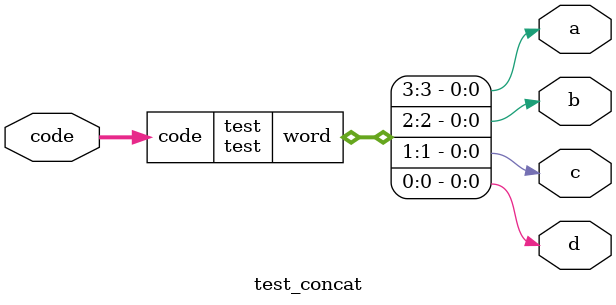
<source format=sv>
module test (
	input  logic [3:0] code,
	output logic [3:0] word
);

	assign word = code;

endmodule

module test_concat(
	input  logic [3:0] code,
	output logic       a,b,c,d
);

 test test(
				.code(code),
				.word({a,b,c,d})
			 );



endmodule 
</source>
